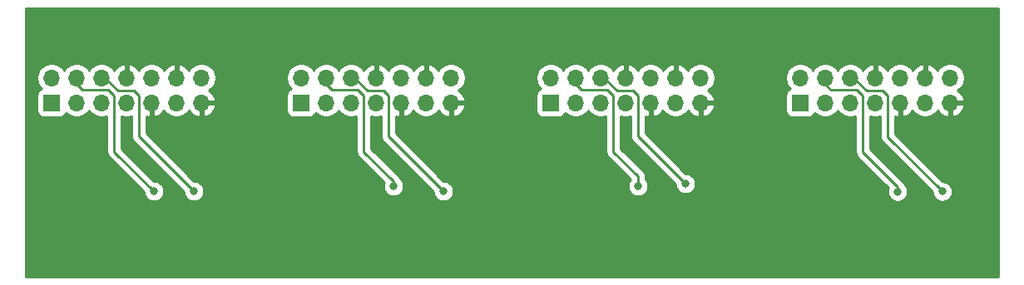
<source format=gbr>
G04 #@! TF.GenerationSoftware,KiCad,Pcbnew,(5.1.5)-3*
G04 #@! TF.CreationDate,2021-09-14T22:43:20-07:00*
G04 #@! TF.ProjectId,_autosave-Adapter,5f617574-6f73-4617-9665-2d4164617074,rev?*
G04 #@! TF.SameCoordinates,Original*
G04 #@! TF.FileFunction,Copper,L2,Bot*
G04 #@! TF.FilePolarity,Positive*
%FSLAX46Y46*%
G04 Gerber Fmt 4.6, Leading zero omitted, Abs format (unit mm)*
G04 Created by KiCad (PCBNEW (5.1.5)-3) date 2021-09-14 22:43:20*
%MOMM*%
%LPD*%
G04 APERTURE LIST*
%ADD10R,1.700000X1.700000*%
%ADD11O,1.700000X1.700000*%
%ADD12C,0.800000*%
%ADD13C,0.250000*%
%ADD14C,0.254000*%
G04 APERTURE END LIST*
D10*
X137922000Y-74295000D03*
D11*
X137922000Y-71755000D03*
X140462000Y-74295000D03*
X140462000Y-71755000D03*
X143002000Y-74295000D03*
X143002000Y-71755000D03*
X145542000Y-74295000D03*
X145542000Y-71755000D03*
X148082000Y-74295000D03*
X148082000Y-71755000D03*
X150622000Y-74295000D03*
X150622000Y-71755000D03*
X153162000Y-74295000D03*
X153162000Y-71755000D03*
X76962000Y-71755000D03*
X76962000Y-74295000D03*
X74422000Y-71755000D03*
X74422000Y-74295000D03*
X71882000Y-71755000D03*
X71882000Y-74295000D03*
X69342000Y-71755000D03*
X69342000Y-74295000D03*
X66802000Y-71755000D03*
X66802000Y-74295000D03*
X64262000Y-71755000D03*
X64262000Y-74295000D03*
X61722000Y-71755000D03*
D10*
X61722000Y-74295000D03*
D11*
X102362000Y-71755000D03*
X102362000Y-74295000D03*
X99822000Y-71755000D03*
X99822000Y-74295000D03*
X97282000Y-71755000D03*
X97282000Y-74295000D03*
X94742000Y-71755000D03*
X94742000Y-74295000D03*
X92202000Y-71755000D03*
X92202000Y-74295000D03*
X89662000Y-71755000D03*
X89662000Y-74295000D03*
X87122000Y-71755000D03*
D10*
X87122000Y-74295000D03*
X112522000Y-74295000D03*
D11*
X112522000Y-71755000D03*
X115062000Y-74295000D03*
X115062000Y-71755000D03*
X117602000Y-74295000D03*
X117602000Y-71755000D03*
X120142000Y-74295000D03*
X120142000Y-71755000D03*
X122682000Y-74295000D03*
X122682000Y-71755000D03*
X125222000Y-74295000D03*
X125222000Y-71755000D03*
X127762000Y-74295000D03*
X127762000Y-71755000D03*
D12*
X148590000Y-68580000D03*
X123190000Y-68580000D03*
X97790000Y-68580000D03*
X72390000Y-68580000D03*
X66040000Y-69215000D03*
X101600000Y-83312000D03*
X126238000Y-82550000D03*
X152378383Y-83333617D03*
X76200000Y-83312000D03*
X121412000Y-82804000D03*
X147828000Y-83351088D03*
X72136000Y-83312000D03*
X96520000Y-82804000D03*
D13*
X144674289Y-73096226D02*
X146299854Y-73096226D01*
X146807854Y-77763088D02*
X152378383Y-83333617D01*
X146299854Y-73096226D02*
X146807854Y-73604226D01*
X143372151Y-71794088D02*
X144674289Y-73096226D01*
X146807854Y-73604226D02*
X146807854Y-77763088D01*
X119278435Y-73057138D02*
X120904000Y-73057138D01*
X121412000Y-77724000D02*
X126238000Y-82550000D01*
X120904000Y-73057138D02*
X121412000Y-73565138D01*
X117976297Y-71755000D02*
X119278435Y-73057138D01*
X121412000Y-73565138D02*
X121412000Y-77724000D01*
X93878435Y-73057138D02*
X95504000Y-73057138D01*
X96012000Y-77724000D02*
X101600000Y-83312000D01*
X95504000Y-73057138D02*
X96012000Y-73565138D01*
X92576297Y-71755000D02*
X93878435Y-73057138D01*
X96012000Y-73565138D02*
X96012000Y-77724000D01*
X101600000Y-83312000D02*
X101600000Y-83312000D01*
X152378383Y-83333617D02*
X152395854Y-83351088D01*
X70612000Y-77724000D02*
X76200000Y-83312000D01*
X67176297Y-71755000D02*
X68478435Y-73057138D01*
X66802000Y-71755000D02*
X67176297Y-71755000D01*
X70104000Y-73057138D02*
X70612000Y-73565138D01*
X68478435Y-73057138D02*
X70104000Y-73057138D01*
X70612000Y-73565138D02*
X70612000Y-77724000D01*
X118303927Y-72945804D02*
X115617804Y-72945804D01*
X121412000Y-82804000D02*
X121412000Y-81788000D01*
X118903583Y-73545460D02*
X118303927Y-72945804D01*
X115617804Y-72945804D02*
X115062000Y-72390000D01*
X118903583Y-79279583D02*
X118903583Y-73545460D01*
X121412000Y-81788000D02*
X118903583Y-79279583D01*
X147828000Y-83351088D02*
X147828000Y-82847234D01*
X147828000Y-82847234D02*
X144299437Y-79318671D01*
X143699781Y-72984892D02*
X141013658Y-72984892D01*
X144299437Y-79318671D02*
X144299437Y-73584548D01*
X141013658Y-72984892D02*
X140457854Y-72429088D01*
X144299437Y-73584548D02*
X143699781Y-72984892D01*
X64262000Y-71755000D02*
X64262000Y-72390000D01*
X64262000Y-72390000D02*
X64817804Y-72945804D01*
X64817804Y-72945804D02*
X67503927Y-72945804D01*
X67503927Y-72945804D02*
X68103583Y-73545460D01*
X68103583Y-73545460D02*
X68103583Y-79279583D01*
X68103583Y-79279583D02*
X72136000Y-83312000D01*
X90217804Y-72945804D02*
X89662000Y-72390000D01*
X92903927Y-72945804D02*
X90217804Y-72945804D01*
X96520000Y-82804000D02*
X96520000Y-82296000D01*
X96520000Y-82296000D02*
X93503583Y-79279583D01*
X93503583Y-73545460D02*
X92903927Y-72945804D01*
X93503583Y-79279583D02*
X93503583Y-73545460D01*
D14*
G36*
X158090000Y-91472418D02*
G01*
X158090001Y-91472428D01*
X158090001Y-92050000D01*
X59080000Y-92050000D01*
X59080000Y-73445000D01*
X60233928Y-73445000D01*
X60233928Y-75145000D01*
X60246188Y-75269482D01*
X60282498Y-75389180D01*
X60341463Y-75499494D01*
X60420815Y-75596185D01*
X60517506Y-75675537D01*
X60627820Y-75734502D01*
X60747518Y-75770812D01*
X60872000Y-75783072D01*
X62572000Y-75783072D01*
X62696482Y-75770812D01*
X62816180Y-75734502D01*
X62926494Y-75675537D01*
X63023185Y-75596185D01*
X63102537Y-75499494D01*
X63161502Y-75389180D01*
X63183513Y-75316620D01*
X63315368Y-75448475D01*
X63558589Y-75610990D01*
X63828842Y-75722932D01*
X64115740Y-75780000D01*
X64408260Y-75780000D01*
X64695158Y-75722932D01*
X64965411Y-75610990D01*
X65208632Y-75448475D01*
X65415475Y-75241632D01*
X65532000Y-75067240D01*
X65648525Y-75241632D01*
X65855368Y-75448475D01*
X66098589Y-75610990D01*
X66368842Y-75722932D01*
X66655740Y-75780000D01*
X66948260Y-75780000D01*
X67235158Y-75722932D01*
X67343583Y-75678021D01*
X67343584Y-79242251D01*
X67339907Y-79279583D01*
X67354581Y-79428568D01*
X67398037Y-79571829D01*
X67468609Y-79703859D01*
X67539784Y-79790585D01*
X67563583Y-79819584D01*
X67592581Y-79843382D01*
X71101000Y-83351802D01*
X71101000Y-83413939D01*
X71140774Y-83613898D01*
X71218795Y-83802256D01*
X71332063Y-83971774D01*
X71476226Y-84115937D01*
X71645744Y-84229205D01*
X71834102Y-84307226D01*
X72034061Y-84347000D01*
X72237939Y-84347000D01*
X72437898Y-84307226D01*
X72626256Y-84229205D01*
X72795774Y-84115937D01*
X72939937Y-83971774D01*
X73053205Y-83802256D01*
X73131226Y-83613898D01*
X73171000Y-83413939D01*
X73171000Y-83210061D01*
X73131226Y-83010102D01*
X73053205Y-82821744D01*
X72939937Y-82652226D01*
X72795774Y-82508063D01*
X72626256Y-82394795D01*
X72437898Y-82316774D01*
X72237939Y-82277000D01*
X72175802Y-82277000D01*
X68863583Y-78964782D01*
X68863583Y-75704185D01*
X68908842Y-75722932D01*
X69195740Y-75780000D01*
X69488260Y-75780000D01*
X69775158Y-75722932D01*
X69852001Y-75691103D01*
X69852001Y-77686668D01*
X69848324Y-77724000D01*
X69862998Y-77872985D01*
X69906454Y-78016246D01*
X69977026Y-78148276D01*
X70048201Y-78235002D01*
X70072000Y-78264001D01*
X70100998Y-78287799D01*
X75165000Y-83351803D01*
X75165000Y-83413939D01*
X75204774Y-83613898D01*
X75282795Y-83802256D01*
X75396063Y-83971774D01*
X75540226Y-84115937D01*
X75709744Y-84229205D01*
X75898102Y-84307226D01*
X76098061Y-84347000D01*
X76301939Y-84347000D01*
X76501898Y-84307226D01*
X76690256Y-84229205D01*
X76859774Y-84115937D01*
X77003937Y-83971774D01*
X77117205Y-83802256D01*
X77195226Y-83613898D01*
X77235000Y-83413939D01*
X77235000Y-83210061D01*
X77195226Y-83010102D01*
X77117205Y-82821744D01*
X77003937Y-82652226D01*
X76859774Y-82508063D01*
X76690256Y-82394795D01*
X76501898Y-82316774D01*
X76301939Y-82277000D01*
X76239803Y-82277000D01*
X71372000Y-77409199D01*
X71372000Y-75689014D01*
X71377901Y-75691825D01*
X71525110Y-75736476D01*
X71755000Y-75615155D01*
X71755000Y-74422000D01*
X71735000Y-74422000D01*
X71735000Y-74168000D01*
X71755000Y-74168000D01*
X71755000Y-74148000D01*
X72009000Y-74148000D01*
X72009000Y-74168000D01*
X72029000Y-74168000D01*
X72029000Y-74422000D01*
X72009000Y-74422000D01*
X72009000Y-75615155D01*
X72238890Y-75736476D01*
X72386099Y-75691825D01*
X72648920Y-75566641D01*
X72882269Y-75392588D01*
X73077178Y-75176355D01*
X73146805Y-75059466D01*
X73268525Y-75241632D01*
X73475368Y-75448475D01*
X73718589Y-75610990D01*
X73988842Y-75722932D01*
X74275740Y-75780000D01*
X74568260Y-75780000D01*
X74855158Y-75722932D01*
X75125411Y-75610990D01*
X75368632Y-75448475D01*
X75575475Y-75241632D01*
X75697195Y-75059466D01*
X75766822Y-75176355D01*
X75961731Y-75392588D01*
X76195080Y-75566641D01*
X76457901Y-75691825D01*
X76605110Y-75736476D01*
X76835000Y-75615155D01*
X76835000Y-74422000D01*
X77089000Y-74422000D01*
X77089000Y-75615155D01*
X77318890Y-75736476D01*
X77466099Y-75691825D01*
X77728920Y-75566641D01*
X77962269Y-75392588D01*
X78157178Y-75176355D01*
X78306157Y-74926252D01*
X78403481Y-74651891D01*
X78282814Y-74422000D01*
X77089000Y-74422000D01*
X76835000Y-74422000D01*
X76815000Y-74422000D01*
X76815000Y-74168000D01*
X76835000Y-74168000D01*
X76835000Y-74148000D01*
X77089000Y-74148000D01*
X77089000Y-74168000D01*
X78282814Y-74168000D01*
X78403481Y-73938109D01*
X78306157Y-73663748D01*
X78175856Y-73445000D01*
X85633928Y-73445000D01*
X85633928Y-75145000D01*
X85646188Y-75269482D01*
X85682498Y-75389180D01*
X85741463Y-75499494D01*
X85820815Y-75596185D01*
X85917506Y-75675537D01*
X86027820Y-75734502D01*
X86147518Y-75770812D01*
X86272000Y-75783072D01*
X87972000Y-75783072D01*
X88096482Y-75770812D01*
X88216180Y-75734502D01*
X88326494Y-75675537D01*
X88423185Y-75596185D01*
X88502537Y-75499494D01*
X88561502Y-75389180D01*
X88583513Y-75316620D01*
X88715368Y-75448475D01*
X88958589Y-75610990D01*
X89228842Y-75722932D01*
X89515740Y-75780000D01*
X89808260Y-75780000D01*
X90095158Y-75722932D01*
X90365411Y-75610990D01*
X90608632Y-75448475D01*
X90815475Y-75241632D01*
X90932000Y-75067240D01*
X91048525Y-75241632D01*
X91255368Y-75448475D01*
X91498589Y-75610990D01*
X91768842Y-75722932D01*
X92055740Y-75780000D01*
X92348260Y-75780000D01*
X92635158Y-75722932D01*
X92743584Y-75678021D01*
X92743583Y-79242260D01*
X92739907Y-79279583D01*
X92743583Y-79316905D01*
X92743583Y-79316915D01*
X92754580Y-79428568D01*
X92798037Y-79571829D01*
X92868609Y-79703859D01*
X92900687Y-79742946D01*
X92963582Y-79819584D01*
X92992586Y-79843387D01*
X95561833Y-82412635D01*
X95524774Y-82502102D01*
X95485000Y-82702061D01*
X95485000Y-82905939D01*
X95524774Y-83105898D01*
X95602795Y-83294256D01*
X95716063Y-83463774D01*
X95860226Y-83607937D01*
X96029744Y-83721205D01*
X96218102Y-83799226D01*
X96418061Y-83839000D01*
X96621939Y-83839000D01*
X96821898Y-83799226D01*
X97010256Y-83721205D01*
X97179774Y-83607937D01*
X97323937Y-83463774D01*
X97437205Y-83294256D01*
X97515226Y-83105898D01*
X97555000Y-82905939D01*
X97555000Y-82702061D01*
X97515226Y-82502102D01*
X97437205Y-82313744D01*
X97323937Y-82144226D01*
X97243869Y-82064158D01*
X97225546Y-82003753D01*
X97154974Y-81871724D01*
X97060001Y-81755999D01*
X97031003Y-81732201D01*
X94263583Y-78964782D01*
X94263583Y-75704185D01*
X94308842Y-75722932D01*
X94595740Y-75780000D01*
X94888260Y-75780000D01*
X95175158Y-75722932D01*
X95252001Y-75691103D01*
X95252001Y-77686668D01*
X95248324Y-77724000D01*
X95262998Y-77872985D01*
X95306454Y-78016246D01*
X95377026Y-78148276D01*
X95448201Y-78235002D01*
X95472000Y-78264001D01*
X95500998Y-78287799D01*
X100565000Y-83351803D01*
X100565000Y-83413939D01*
X100604774Y-83613898D01*
X100682795Y-83802256D01*
X100796063Y-83971774D01*
X100940226Y-84115937D01*
X101109744Y-84229205D01*
X101298102Y-84307226D01*
X101498061Y-84347000D01*
X101701939Y-84347000D01*
X101901898Y-84307226D01*
X102090256Y-84229205D01*
X102259774Y-84115937D01*
X102403937Y-83971774D01*
X102517205Y-83802256D01*
X102595226Y-83613898D01*
X102635000Y-83413939D01*
X102635000Y-83210061D01*
X102595226Y-83010102D01*
X102517205Y-82821744D01*
X102403937Y-82652226D01*
X102259774Y-82508063D01*
X102090256Y-82394795D01*
X101901898Y-82316774D01*
X101701939Y-82277000D01*
X101639803Y-82277000D01*
X96772000Y-77409199D01*
X96772000Y-75689014D01*
X96777901Y-75691825D01*
X96925110Y-75736476D01*
X97155000Y-75615155D01*
X97155000Y-74422000D01*
X97135000Y-74422000D01*
X97135000Y-74168000D01*
X97155000Y-74168000D01*
X97155000Y-74148000D01*
X97409000Y-74148000D01*
X97409000Y-74168000D01*
X97429000Y-74168000D01*
X97429000Y-74422000D01*
X97409000Y-74422000D01*
X97409000Y-75615155D01*
X97638890Y-75736476D01*
X97786099Y-75691825D01*
X98048920Y-75566641D01*
X98282269Y-75392588D01*
X98477178Y-75176355D01*
X98546805Y-75059466D01*
X98668525Y-75241632D01*
X98875368Y-75448475D01*
X99118589Y-75610990D01*
X99388842Y-75722932D01*
X99675740Y-75780000D01*
X99968260Y-75780000D01*
X100255158Y-75722932D01*
X100525411Y-75610990D01*
X100768632Y-75448475D01*
X100975475Y-75241632D01*
X101097195Y-75059466D01*
X101166822Y-75176355D01*
X101361731Y-75392588D01*
X101595080Y-75566641D01*
X101857901Y-75691825D01*
X102005110Y-75736476D01*
X102235000Y-75615155D01*
X102235000Y-74422000D01*
X102489000Y-74422000D01*
X102489000Y-75615155D01*
X102718890Y-75736476D01*
X102866099Y-75691825D01*
X103128920Y-75566641D01*
X103362269Y-75392588D01*
X103557178Y-75176355D01*
X103706157Y-74926252D01*
X103803481Y-74651891D01*
X103682814Y-74422000D01*
X102489000Y-74422000D01*
X102235000Y-74422000D01*
X102215000Y-74422000D01*
X102215000Y-74168000D01*
X102235000Y-74168000D01*
X102235000Y-74148000D01*
X102489000Y-74148000D01*
X102489000Y-74168000D01*
X103682814Y-74168000D01*
X103803481Y-73938109D01*
X103706157Y-73663748D01*
X103575856Y-73445000D01*
X111033928Y-73445000D01*
X111033928Y-75145000D01*
X111046188Y-75269482D01*
X111082498Y-75389180D01*
X111141463Y-75499494D01*
X111220815Y-75596185D01*
X111317506Y-75675537D01*
X111427820Y-75734502D01*
X111547518Y-75770812D01*
X111672000Y-75783072D01*
X113372000Y-75783072D01*
X113496482Y-75770812D01*
X113616180Y-75734502D01*
X113726494Y-75675537D01*
X113823185Y-75596185D01*
X113902537Y-75499494D01*
X113961502Y-75389180D01*
X113983513Y-75316620D01*
X114115368Y-75448475D01*
X114358589Y-75610990D01*
X114628842Y-75722932D01*
X114915740Y-75780000D01*
X115208260Y-75780000D01*
X115495158Y-75722932D01*
X115765411Y-75610990D01*
X116008632Y-75448475D01*
X116215475Y-75241632D01*
X116332000Y-75067240D01*
X116448525Y-75241632D01*
X116655368Y-75448475D01*
X116898589Y-75610990D01*
X117168842Y-75722932D01*
X117455740Y-75780000D01*
X117748260Y-75780000D01*
X118035158Y-75722932D01*
X118143584Y-75678021D01*
X118143583Y-79242260D01*
X118139907Y-79279583D01*
X118143583Y-79316905D01*
X118143583Y-79316915D01*
X118154580Y-79428568D01*
X118198037Y-79571829D01*
X118268609Y-79703859D01*
X118300687Y-79742946D01*
X118363582Y-79819584D01*
X118392586Y-79843387D01*
X120650744Y-82101545D01*
X120608063Y-82144226D01*
X120494795Y-82313744D01*
X120416774Y-82502102D01*
X120377000Y-82702061D01*
X120377000Y-82905939D01*
X120416774Y-83105898D01*
X120494795Y-83294256D01*
X120608063Y-83463774D01*
X120752226Y-83607937D01*
X120921744Y-83721205D01*
X121110102Y-83799226D01*
X121310061Y-83839000D01*
X121513939Y-83839000D01*
X121713898Y-83799226D01*
X121902256Y-83721205D01*
X122071774Y-83607937D01*
X122215937Y-83463774D01*
X122329205Y-83294256D01*
X122407226Y-83105898D01*
X122447000Y-82905939D01*
X122447000Y-82702061D01*
X122407226Y-82502102D01*
X122329205Y-82313744D01*
X122215937Y-82144226D01*
X122172000Y-82100289D01*
X122172000Y-81825322D01*
X122175676Y-81787999D01*
X122172000Y-81750676D01*
X122172000Y-81750667D01*
X122161003Y-81639014D01*
X122117546Y-81495753D01*
X122046974Y-81363724D01*
X121952001Y-81247999D01*
X121923003Y-81224201D01*
X119663583Y-78964782D01*
X119663583Y-75704185D01*
X119708842Y-75722932D01*
X119995740Y-75780000D01*
X120288260Y-75780000D01*
X120575158Y-75722932D01*
X120652001Y-75691103D01*
X120652001Y-77686668D01*
X120648324Y-77724000D01*
X120662998Y-77872985D01*
X120706454Y-78016246D01*
X120777026Y-78148276D01*
X120848201Y-78235002D01*
X120872000Y-78264001D01*
X120900998Y-78287799D01*
X125203000Y-82589802D01*
X125203000Y-82651939D01*
X125242774Y-82851898D01*
X125320795Y-83040256D01*
X125434063Y-83209774D01*
X125578226Y-83353937D01*
X125747744Y-83467205D01*
X125936102Y-83545226D01*
X126136061Y-83585000D01*
X126339939Y-83585000D01*
X126539898Y-83545226D01*
X126728256Y-83467205D01*
X126897774Y-83353937D01*
X127041937Y-83209774D01*
X127155205Y-83040256D01*
X127233226Y-82851898D01*
X127273000Y-82651939D01*
X127273000Y-82448061D01*
X127233226Y-82248102D01*
X127155205Y-82059744D01*
X127041937Y-81890226D01*
X126897774Y-81746063D01*
X126728256Y-81632795D01*
X126539898Y-81554774D01*
X126339939Y-81515000D01*
X126277802Y-81515000D01*
X122172000Y-77409199D01*
X122172000Y-75689014D01*
X122177901Y-75691825D01*
X122325110Y-75736476D01*
X122555000Y-75615155D01*
X122555000Y-74422000D01*
X122535000Y-74422000D01*
X122535000Y-74168000D01*
X122555000Y-74168000D01*
X122555000Y-74148000D01*
X122809000Y-74148000D01*
X122809000Y-74168000D01*
X122829000Y-74168000D01*
X122829000Y-74422000D01*
X122809000Y-74422000D01*
X122809000Y-75615155D01*
X123038890Y-75736476D01*
X123186099Y-75691825D01*
X123448920Y-75566641D01*
X123682269Y-75392588D01*
X123877178Y-75176355D01*
X123946805Y-75059466D01*
X124068525Y-75241632D01*
X124275368Y-75448475D01*
X124518589Y-75610990D01*
X124788842Y-75722932D01*
X125075740Y-75780000D01*
X125368260Y-75780000D01*
X125655158Y-75722932D01*
X125925411Y-75610990D01*
X126168632Y-75448475D01*
X126375475Y-75241632D01*
X126497195Y-75059466D01*
X126566822Y-75176355D01*
X126761731Y-75392588D01*
X126995080Y-75566641D01*
X127257901Y-75691825D01*
X127405110Y-75736476D01*
X127635000Y-75615155D01*
X127635000Y-74422000D01*
X127889000Y-74422000D01*
X127889000Y-75615155D01*
X128118890Y-75736476D01*
X128266099Y-75691825D01*
X128528920Y-75566641D01*
X128762269Y-75392588D01*
X128957178Y-75176355D01*
X129106157Y-74926252D01*
X129203481Y-74651891D01*
X129082814Y-74422000D01*
X127889000Y-74422000D01*
X127635000Y-74422000D01*
X127615000Y-74422000D01*
X127615000Y-74168000D01*
X127635000Y-74168000D01*
X127635000Y-74148000D01*
X127889000Y-74148000D01*
X127889000Y-74168000D01*
X129082814Y-74168000D01*
X129203481Y-73938109D01*
X129106157Y-73663748D01*
X128975856Y-73445000D01*
X136433928Y-73445000D01*
X136433928Y-75145000D01*
X136446188Y-75269482D01*
X136482498Y-75389180D01*
X136541463Y-75499494D01*
X136620815Y-75596185D01*
X136717506Y-75675537D01*
X136827820Y-75734502D01*
X136947518Y-75770812D01*
X137072000Y-75783072D01*
X138772000Y-75783072D01*
X138896482Y-75770812D01*
X139016180Y-75734502D01*
X139126494Y-75675537D01*
X139223185Y-75596185D01*
X139302537Y-75499494D01*
X139361502Y-75389180D01*
X139383513Y-75316620D01*
X139515368Y-75448475D01*
X139758589Y-75610990D01*
X140028842Y-75722932D01*
X140315740Y-75780000D01*
X140608260Y-75780000D01*
X140895158Y-75722932D01*
X141165411Y-75610990D01*
X141408632Y-75448475D01*
X141615475Y-75241632D01*
X141732000Y-75067240D01*
X141848525Y-75241632D01*
X142055368Y-75448475D01*
X142298589Y-75610990D01*
X142568842Y-75722932D01*
X142855740Y-75780000D01*
X143148260Y-75780000D01*
X143435158Y-75722932D01*
X143539438Y-75679738D01*
X143539437Y-79281348D01*
X143535761Y-79318671D01*
X143539437Y-79355993D01*
X143539437Y-79356003D01*
X143550434Y-79467656D01*
X143593891Y-79610917D01*
X143664463Y-79742947D01*
X143703559Y-79790585D01*
X143759436Y-79858672D01*
X143788440Y-79882475D01*
X146868618Y-82962654D01*
X146832774Y-83049190D01*
X146793000Y-83249149D01*
X146793000Y-83453027D01*
X146832774Y-83652986D01*
X146910795Y-83841344D01*
X147024063Y-84010862D01*
X147168226Y-84155025D01*
X147337744Y-84268293D01*
X147526102Y-84346314D01*
X147726061Y-84386088D01*
X147929939Y-84386088D01*
X148129898Y-84346314D01*
X148318256Y-84268293D01*
X148487774Y-84155025D01*
X148631937Y-84010862D01*
X148745205Y-83841344D01*
X148823226Y-83652986D01*
X148863000Y-83453027D01*
X148863000Y-83249149D01*
X148823226Y-83049190D01*
X148745205Y-82860832D01*
X148631937Y-82691314D01*
X148550064Y-82609441D01*
X148533546Y-82554987D01*
X148462974Y-82422958D01*
X148368001Y-82307233D01*
X148339003Y-82283435D01*
X145059437Y-79003870D01*
X145059437Y-75702468D01*
X145108842Y-75722932D01*
X145395740Y-75780000D01*
X145688260Y-75780000D01*
X145975158Y-75722932D01*
X146047855Y-75692820D01*
X146047855Y-77725756D01*
X146044178Y-77763088D01*
X146058852Y-77912073D01*
X146102308Y-78055334D01*
X146172880Y-78187364D01*
X146211976Y-78235002D01*
X146267854Y-78303089D01*
X146296852Y-78326887D01*
X151343383Y-83373419D01*
X151343383Y-83435556D01*
X151383157Y-83635515D01*
X151461178Y-83823873D01*
X151574446Y-83993391D01*
X151718609Y-84137554D01*
X151888127Y-84250822D01*
X152076485Y-84328843D01*
X152276444Y-84368617D01*
X152480322Y-84368617D01*
X152680281Y-84328843D01*
X152868639Y-84250822D01*
X153038157Y-84137554D01*
X153182320Y-83993391D01*
X153295588Y-83823873D01*
X153373609Y-83635515D01*
X153413383Y-83435556D01*
X153413383Y-83231678D01*
X153373609Y-83031719D01*
X153295588Y-82843361D01*
X153182320Y-82673843D01*
X153038157Y-82529680D01*
X152868639Y-82416412D01*
X152680281Y-82338391D01*
X152480322Y-82298617D01*
X152418185Y-82298617D01*
X147567854Y-77448287D01*
X147567854Y-75687040D01*
X147577901Y-75691825D01*
X147725110Y-75736476D01*
X147955000Y-75615155D01*
X147955000Y-74422000D01*
X147935000Y-74422000D01*
X147935000Y-74168000D01*
X147955000Y-74168000D01*
X147955000Y-74148000D01*
X148209000Y-74148000D01*
X148209000Y-74168000D01*
X148229000Y-74168000D01*
X148229000Y-74422000D01*
X148209000Y-74422000D01*
X148209000Y-75615155D01*
X148438890Y-75736476D01*
X148586099Y-75691825D01*
X148848920Y-75566641D01*
X149082269Y-75392588D01*
X149277178Y-75176355D01*
X149346805Y-75059466D01*
X149468525Y-75241632D01*
X149675368Y-75448475D01*
X149918589Y-75610990D01*
X150188842Y-75722932D01*
X150475740Y-75780000D01*
X150768260Y-75780000D01*
X151055158Y-75722932D01*
X151325411Y-75610990D01*
X151568632Y-75448475D01*
X151775475Y-75241632D01*
X151897195Y-75059466D01*
X151966822Y-75176355D01*
X152161731Y-75392588D01*
X152395080Y-75566641D01*
X152657901Y-75691825D01*
X152805110Y-75736476D01*
X153035000Y-75615155D01*
X153035000Y-74422000D01*
X153289000Y-74422000D01*
X153289000Y-75615155D01*
X153518890Y-75736476D01*
X153666099Y-75691825D01*
X153928920Y-75566641D01*
X154162269Y-75392588D01*
X154357178Y-75176355D01*
X154506157Y-74926252D01*
X154603481Y-74651891D01*
X154482814Y-74422000D01*
X153289000Y-74422000D01*
X153035000Y-74422000D01*
X153015000Y-74422000D01*
X153015000Y-74168000D01*
X153035000Y-74168000D01*
X153035000Y-74148000D01*
X153289000Y-74148000D01*
X153289000Y-74168000D01*
X154482814Y-74168000D01*
X154603481Y-73938109D01*
X154506157Y-73663748D01*
X154357178Y-73413645D01*
X154162269Y-73197412D01*
X153932594Y-73026100D01*
X154108632Y-72908475D01*
X154315475Y-72701632D01*
X154477990Y-72458411D01*
X154589932Y-72188158D01*
X154647000Y-71901260D01*
X154647000Y-71608740D01*
X154589932Y-71321842D01*
X154477990Y-71051589D01*
X154315475Y-70808368D01*
X154108632Y-70601525D01*
X153865411Y-70439010D01*
X153595158Y-70327068D01*
X153308260Y-70270000D01*
X153015740Y-70270000D01*
X152728842Y-70327068D01*
X152458589Y-70439010D01*
X152215368Y-70601525D01*
X152008525Y-70808368D01*
X151886805Y-70990534D01*
X151817178Y-70873645D01*
X151622269Y-70657412D01*
X151388920Y-70483359D01*
X151126099Y-70358175D01*
X150978890Y-70313524D01*
X150749000Y-70434845D01*
X150749000Y-71628000D01*
X150769000Y-71628000D01*
X150769000Y-71882000D01*
X150749000Y-71882000D01*
X150749000Y-71902000D01*
X150495000Y-71902000D01*
X150495000Y-71882000D01*
X150475000Y-71882000D01*
X150475000Y-71628000D01*
X150495000Y-71628000D01*
X150495000Y-70434845D01*
X150265110Y-70313524D01*
X150117901Y-70358175D01*
X149855080Y-70483359D01*
X149621731Y-70657412D01*
X149426822Y-70873645D01*
X149357195Y-70990534D01*
X149235475Y-70808368D01*
X149028632Y-70601525D01*
X148785411Y-70439010D01*
X148515158Y-70327068D01*
X148228260Y-70270000D01*
X147935740Y-70270000D01*
X147648842Y-70327068D01*
X147378589Y-70439010D01*
X147135368Y-70601525D01*
X146928525Y-70808368D01*
X146806805Y-70990534D01*
X146737178Y-70873645D01*
X146542269Y-70657412D01*
X146308920Y-70483359D01*
X146046099Y-70358175D01*
X145898890Y-70313524D01*
X145669000Y-70434845D01*
X145669000Y-71628000D01*
X145689000Y-71628000D01*
X145689000Y-71882000D01*
X145669000Y-71882000D01*
X145669000Y-71902000D01*
X145415000Y-71902000D01*
X145415000Y-71882000D01*
X145395000Y-71882000D01*
X145395000Y-71628000D01*
X145415000Y-71628000D01*
X145415000Y-70434845D01*
X145185110Y-70313524D01*
X145037901Y-70358175D01*
X144775080Y-70483359D01*
X144541731Y-70657412D01*
X144346822Y-70873645D01*
X144277195Y-70990534D01*
X144155475Y-70808368D01*
X143948632Y-70601525D01*
X143705411Y-70439010D01*
X143435158Y-70327068D01*
X143148260Y-70270000D01*
X142855740Y-70270000D01*
X142568842Y-70327068D01*
X142298589Y-70439010D01*
X142055368Y-70601525D01*
X141848525Y-70808368D01*
X141732000Y-70982760D01*
X141615475Y-70808368D01*
X141408632Y-70601525D01*
X141165411Y-70439010D01*
X140895158Y-70327068D01*
X140608260Y-70270000D01*
X140315740Y-70270000D01*
X140028842Y-70327068D01*
X139758589Y-70439010D01*
X139515368Y-70601525D01*
X139308525Y-70808368D01*
X139192000Y-70982760D01*
X139075475Y-70808368D01*
X138868632Y-70601525D01*
X138625411Y-70439010D01*
X138355158Y-70327068D01*
X138068260Y-70270000D01*
X137775740Y-70270000D01*
X137488842Y-70327068D01*
X137218589Y-70439010D01*
X136975368Y-70601525D01*
X136768525Y-70808368D01*
X136606010Y-71051589D01*
X136494068Y-71321842D01*
X136437000Y-71608740D01*
X136437000Y-71901260D01*
X136494068Y-72188158D01*
X136606010Y-72458411D01*
X136768525Y-72701632D01*
X136900380Y-72833487D01*
X136827820Y-72855498D01*
X136717506Y-72914463D01*
X136620815Y-72993815D01*
X136541463Y-73090506D01*
X136482498Y-73200820D01*
X136446188Y-73320518D01*
X136433928Y-73445000D01*
X128975856Y-73445000D01*
X128957178Y-73413645D01*
X128762269Y-73197412D01*
X128532594Y-73026100D01*
X128708632Y-72908475D01*
X128915475Y-72701632D01*
X129077990Y-72458411D01*
X129189932Y-72188158D01*
X129247000Y-71901260D01*
X129247000Y-71608740D01*
X129189932Y-71321842D01*
X129077990Y-71051589D01*
X128915475Y-70808368D01*
X128708632Y-70601525D01*
X128465411Y-70439010D01*
X128195158Y-70327068D01*
X127908260Y-70270000D01*
X127615740Y-70270000D01*
X127328842Y-70327068D01*
X127058589Y-70439010D01*
X126815368Y-70601525D01*
X126608525Y-70808368D01*
X126486805Y-70990534D01*
X126417178Y-70873645D01*
X126222269Y-70657412D01*
X125988920Y-70483359D01*
X125726099Y-70358175D01*
X125578890Y-70313524D01*
X125349000Y-70434845D01*
X125349000Y-71628000D01*
X125369000Y-71628000D01*
X125369000Y-71882000D01*
X125349000Y-71882000D01*
X125349000Y-71902000D01*
X125095000Y-71902000D01*
X125095000Y-71882000D01*
X125075000Y-71882000D01*
X125075000Y-71628000D01*
X125095000Y-71628000D01*
X125095000Y-70434845D01*
X124865110Y-70313524D01*
X124717901Y-70358175D01*
X124455080Y-70483359D01*
X124221731Y-70657412D01*
X124026822Y-70873645D01*
X123957195Y-70990534D01*
X123835475Y-70808368D01*
X123628632Y-70601525D01*
X123385411Y-70439010D01*
X123115158Y-70327068D01*
X122828260Y-70270000D01*
X122535740Y-70270000D01*
X122248842Y-70327068D01*
X121978589Y-70439010D01*
X121735368Y-70601525D01*
X121528525Y-70808368D01*
X121406805Y-70990534D01*
X121337178Y-70873645D01*
X121142269Y-70657412D01*
X120908920Y-70483359D01*
X120646099Y-70358175D01*
X120498890Y-70313524D01*
X120269000Y-70434845D01*
X120269000Y-71628000D01*
X120289000Y-71628000D01*
X120289000Y-71882000D01*
X120269000Y-71882000D01*
X120269000Y-71902000D01*
X120015000Y-71902000D01*
X120015000Y-71882000D01*
X119995000Y-71882000D01*
X119995000Y-71628000D01*
X120015000Y-71628000D01*
X120015000Y-70434845D01*
X119785110Y-70313524D01*
X119637901Y-70358175D01*
X119375080Y-70483359D01*
X119141731Y-70657412D01*
X118946822Y-70873645D01*
X118877195Y-70990534D01*
X118755475Y-70808368D01*
X118548632Y-70601525D01*
X118305411Y-70439010D01*
X118035158Y-70327068D01*
X117748260Y-70270000D01*
X117455740Y-70270000D01*
X117168842Y-70327068D01*
X116898589Y-70439010D01*
X116655368Y-70601525D01*
X116448525Y-70808368D01*
X116332000Y-70982760D01*
X116215475Y-70808368D01*
X116008632Y-70601525D01*
X115765411Y-70439010D01*
X115495158Y-70327068D01*
X115208260Y-70270000D01*
X114915740Y-70270000D01*
X114628842Y-70327068D01*
X114358589Y-70439010D01*
X114115368Y-70601525D01*
X113908525Y-70808368D01*
X113792000Y-70982760D01*
X113675475Y-70808368D01*
X113468632Y-70601525D01*
X113225411Y-70439010D01*
X112955158Y-70327068D01*
X112668260Y-70270000D01*
X112375740Y-70270000D01*
X112088842Y-70327068D01*
X111818589Y-70439010D01*
X111575368Y-70601525D01*
X111368525Y-70808368D01*
X111206010Y-71051589D01*
X111094068Y-71321842D01*
X111037000Y-71608740D01*
X111037000Y-71901260D01*
X111094068Y-72188158D01*
X111206010Y-72458411D01*
X111368525Y-72701632D01*
X111500380Y-72833487D01*
X111427820Y-72855498D01*
X111317506Y-72914463D01*
X111220815Y-72993815D01*
X111141463Y-73090506D01*
X111082498Y-73200820D01*
X111046188Y-73320518D01*
X111033928Y-73445000D01*
X103575856Y-73445000D01*
X103557178Y-73413645D01*
X103362269Y-73197412D01*
X103132594Y-73026100D01*
X103308632Y-72908475D01*
X103515475Y-72701632D01*
X103677990Y-72458411D01*
X103789932Y-72188158D01*
X103847000Y-71901260D01*
X103847000Y-71608740D01*
X103789932Y-71321842D01*
X103677990Y-71051589D01*
X103515475Y-70808368D01*
X103308632Y-70601525D01*
X103065411Y-70439010D01*
X102795158Y-70327068D01*
X102508260Y-70270000D01*
X102215740Y-70270000D01*
X101928842Y-70327068D01*
X101658589Y-70439010D01*
X101415368Y-70601525D01*
X101208525Y-70808368D01*
X101086805Y-70990534D01*
X101017178Y-70873645D01*
X100822269Y-70657412D01*
X100588920Y-70483359D01*
X100326099Y-70358175D01*
X100178890Y-70313524D01*
X99949000Y-70434845D01*
X99949000Y-71628000D01*
X99969000Y-71628000D01*
X99969000Y-71882000D01*
X99949000Y-71882000D01*
X99949000Y-71902000D01*
X99695000Y-71902000D01*
X99695000Y-71882000D01*
X99675000Y-71882000D01*
X99675000Y-71628000D01*
X99695000Y-71628000D01*
X99695000Y-70434845D01*
X99465110Y-70313524D01*
X99317901Y-70358175D01*
X99055080Y-70483359D01*
X98821731Y-70657412D01*
X98626822Y-70873645D01*
X98557195Y-70990534D01*
X98435475Y-70808368D01*
X98228632Y-70601525D01*
X97985411Y-70439010D01*
X97715158Y-70327068D01*
X97428260Y-70270000D01*
X97135740Y-70270000D01*
X96848842Y-70327068D01*
X96578589Y-70439010D01*
X96335368Y-70601525D01*
X96128525Y-70808368D01*
X96006805Y-70990534D01*
X95937178Y-70873645D01*
X95742269Y-70657412D01*
X95508920Y-70483359D01*
X95246099Y-70358175D01*
X95098890Y-70313524D01*
X94869000Y-70434845D01*
X94869000Y-71628000D01*
X94889000Y-71628000D01*
X94889000Y-71882000D01*
X94869000Y-71882000D01*
X94869000Y-71902000D01*
X94615000Y-71902000D01*
X94615000Y-71882000D01*
X94595000Y-71882000D01*
X94595000Y-71628000D01*
X94615000Y-71628000D01*
X94615000Y-70434845D01*
X94385110Y-70313524D01*
X94237901Y-70358175D01*
X93975080Y-70483359D01*
X93741731Y-70657412D01*
X93546822Y-70873645D01*
X93477195Y-70990534D01*
X93355475Y-70808368D01*
X93148632Y-70601525D01*
X92905411Y-70439010D01*
X92635158Y-70327068D01*
X92348260Y-70270000D01*
X92055740Y-70270000D01*
X91768842Y-70327068D01*
X91498589Y-70439010D01*
X91255368Y-70601525D01*
X91048525Y-70808368D01*
X90932000Y-70982760D01*
X90815475Y-70808368D01*
X90608632Y-70601525D01*
X90365411Y-70439010D01*
X90095158Y-70327068D01*
X89808260Y-70270000D01*
X89515740Y-70270000D01*
X89228842Y-70327068D01*
X88958589Y-70439010D01*
X88715368Y-70601525D01*
X88508525Y-70808368D01*
X88392000Y-70982760D01*
X88275475Y-70808368D01*
X88068632Y-70601525D01*
X87825411Y-70439010D01*
X87555158Y-70327068D01*
X87268260Y-70270000D01*
X86975740Y-70270000D01*
X86688842Y-70327068D01*
X86418589Y-70439010D01*
X86175368Y-70601525D01*
X85968525Y-70808368D01*
X85806010Y-71051589D01*
X85694068Y-71321842D01*
X85637000Y-71608740D01*
X85637000Y-71901260D01*
X85694068Y-72188158D01*
X85806010Y-72458411D01*
X85968525Y-72701632D01*
X86100380Y-72833487D01*
X86027820Y-72855498D01*
X85917506Y-72914463D01*
X85820815Y-72993815D01*
X85741463Y-73090506D01*
X85682498Y-73200820D01*
X85646188Y-73320518D01*
X85633928Y-73445000D01*
X78175856Y-73445000D01*
X78157178Y-73413645D01*
X77962269Y-73197412D01*
X77732594Y-73026100D01*
X77908632Y-72908475D01*
X78115475Y-72701632D01*
X78277990Y-72458411D01*
X78389932Y-72188158D01*
X78447000Y-71901260D01*
X78447000Y-71608740D01*
X78389932Y-71321842D01*
X78277990Y-71051589D01*
X78115475Y-70808368D01*
X77908632Y-70601525D01*
X77665411Y-70439010D01*
X77395158Y-70327068D01*
X77108260Y-70270000D01*
X76815740Y-70270000D01*
X76528842Y-70327068D01*
X76258589Y-70439010D01*
X76015368Y-70601525D01*
X75808525Y-70808368D01*
X75686805Y-70990534D01*
X75617178Y-70873645D01*
X75422269Y-70657412D01*
X75188920Y-70483359D01*
X74926099Y-70358175D01*
X74778890Y-70313524D01*
X74549000Y-70434845D01*
X74549000Y-71628000D01*
X74569000Y-71628000D01*
X74569000Y-71882000D01*
X74549000Y-71882000D01*
X74549000Y-71902000D01*
X74295000Y-71902000D01*
X74295000Y-71882000D01*
X74275000Y-71882000D01*
X74275000Y-71628000D01*
X74295000Y-71628000D01*
X74295000Y-70434845D01*
X74065110Y-70313524D01*
X73917901Y-70358175D01*
X73655080Y-70483359D01*
X73421731Y-70657412D01*
X73226822Y-70873645D01*
X73157195Y-70990534D01*
X73035475Y-70808368D01*
X72828632Y-70601525D01*
X72585411Y-70439010D01*
X72315158Y-70327068D01*
X72028260Y-70270000D01*
X71735740Y-70270000D01*
X71448842Y-70327068D01*
X71178589Y-70439010D01*
X70935368Y-70601525D01*
X70728525Y-70808368D01*
X70606805Y-70990534D01*
X70537178Y-70873645D01*
X70342269Y-70657412D01*
X70108920Y-70483359D01*
X69846099Y-70358175D01*
X69698890Y-70313524D01*
X69469000Y-70434845D01*
X69469000Y-71628000D01*
X69489000Y-71628000D01*
X69489000Y-71882000D01*
X69469000Y-71882000D01*
X69469000Y-71902000D01*
X69215000Y-71902000D01*
X69215000Y-71882000D01*
X69195000Y-71882000D01*
X69195000Y-71628000D01*
X69215000Y-71628000D01*
X69215000Y-70434845D01*
X68985110Y-70313524D01*
X68837901Y-70358175D01*
X68575080Y-70483359D01*
X68341731Y-70657412D01*
X68146822Y-70873645D01*
X68077195Y-70990534D01*
X67955475Y-70808368D01*
X67748632Y-70601525D01*
X67505411Y-70439010D01*
X67235158Y-70327068D01*
X66948260Y-70270000D01*
X66655740Y-70270000D01*
X66368842Y-70327068D01*
X66098589Y-70439010D01*
X65855368Y-70601525D01*
X65648525Y-70808368D01*
X65532000Y-70982760D01*
X65415475Y-70808368D01*
X65208632Y-70601525D01*
X64965411Y-70439010D01*
X64695158Y-70327068D01*
X64408260Y-70270000D01*
X64115740Y-70270000D01*
X63828842Y-70327068D01*
X63558589Y-70439010D01*
X63315368Y-70601525D01*
X63108525Y-70808368D01*
X62992000Y-70982760D01*
X62875475Y-70808368D01*
X62668632Y-70601525D01*
X62425411Y-70439010D01*
X62155158Y-70327068D01*
X61868260Y-70270000D01*
X61575740Y-70270000D01*
X61288842Y-70327068D01*
X61018589Y-70439010D01*
X60775368Y-70601525D01*
X60568525Y-70808368D01*
X60406010Y-71051589D01*
X60294068Y-71321842D01*
X60237000Y-71608740D01*
X60237000Y-71901260D01*
X60294068Y-72188158D01*
X60406010Y-72458411D01*
X60568525Y-72701632D01*
X60700380Y-72833487D01*
X60627820Y-72855498D01*
X60517506Y-72914463D01*
X60420815Y-72993815D01*
X60341463Y-73090506D01*
X60282498Y-73200820D01*
X60246188Y-73320518D01*
X60233928Y-73445000D01*
X59080000Y-73445000D01*
X59080000Y-64668000D01*
X158090001Y-64668000D01*
X158090000Y-91472418D01*
G37*
X158090000Y-91472418D02*
X158090001Y-91472428D01*
X158090001Y-92050000D01*
X59080000Y-92050000D01*
X59080000Y-73445000D01*
X60233928Y-73445000D01*
X60233928Y-75145000D01*
X60246188Y-75269482D01*
X60282498Y-75389180D01*
X60341463Y-75499494D01*
X60420815Y-75596185D01*
X60517506Y-75675537D01*
X60627820Y-75734502D01*
X60747518Y-75770812D01*
X60872000Y-75783072D01*
X62572000Y-75783072D01*
X62696482Y-75770812D01*
X62816180Y-75734502D01*
X62926494Y-75675537D01*
X63023185Y-75596185D01*
X63102537Y-75499494D01*
X63161502Y-75389180D01*
X63183513Y-75316620D01*
X63315368Y-75448475D01*
X63558589Y-75610990D01*
X63828842Y-75722932D01*
X64115740Y-75780000D01*
X64408260Y-75780000D01*
X64695158Y-75722932D01*
X64965411Y-75610990D01*
X65208632Y-75448475D01*
X65415475Y-75241632D01*
X65532000Y-75067240D01*
X65648525Y-75241632D01*
X65855368Y-75448475D01*
X66098589Y-75610990D01*
X66368842Y-75722932D01*
X66655740Y-75780000D01*
X66948260Y-75780000D01*
X67235158Y-75722932D01*
X67343583Y-75678021D01*
X67343584Y-79242251D01*
X67339907Y-79279583D01*
X67354581Y-79428568D01*
X67398037Y-79571829D01*
X67468609Y-79703859D01*
X67539784Y-79790585D01*
X67563583Y-79819584D01*
X67592581Y-79843382D01*
X71101000Y-83351802D01*
X71101000Y-83413939D01*
X71140774Y-83613898D01*
X71218795Y-83802256D01*
X71332063Y-83971774D01*
X71476226Y-84115937D01*
X71645744Y-84229205D01*
X71834102Y-84307226D01*
X72034061Y-84347000D01*
X72237939Y-84347000D01*
X72437898Y-84307226D01*
X72626256Y-84229205D01*
X72795774Y-84115937D01*
X72939937Y-83971774D01*
X73053205Y-83802256D01*
X73131226Y-83613898D01*
X73171000Y-83413939D01*
X73171000Y-83210061D01*
X73131226Y-83010102D01*
X73053205Y-82821744D01*
X72939937Y-82652226D01*
X72795774Y-82508063D01*
X72626256Y-82394795D01*
X72437898Y-82316774D01*
X72237939Y-82277000D01*
X72175802Y-82277000D01*
X68863583Y-78964782D01*
X68863583Y-75704185D01*
X68908842Y-75722932D01*
X69195740Y-75780000D01*
X69488260Y-75780000D01*
X69775158Y-75722932D01*
X69852001Y-75691103D01*
X69852001Y-77686668D01*
X69848324Y-77724000D01*
X69862998Y-77872985D01*
X69906454Y-78016246D01*
X69977026Y-78148276D01*
X70048201Y-78235002D01*
X70072000Y-78264001D01*
X70100998Y-78287799D01*
X75165000Y-83351803D01*
X75165000Y-83413939D01*
X75204774Y-83613898D01*
X75282795Y-83802256D01*
X75396063Y-83971774D01*
X75540226Y-84115937D01*
X75709744Y-84229205D01*
X75898102Y-84307226D01*
X76098061Y-84347000D01*
X76301939Y-84347000D01*
X76501898Y-84307226D01*
X76690256Y-84229205D01*
X76859774Y-84115937D01*
X77003937Y-83971774D01*
X77117205Y-83802256D01*
X77195226Y-83613898D01*
X77235000Y-83413939D01*
X77235000Y-83210061D01*
X77195226Y-83010102D01*
X77117205Y-82821744D01*
X77003937Y-82652226D01*
X76859774Y-82508063D01*
X76690256Y-82394795D01*
X76501898Y-82316774D01*
X76301939Y-82277000D01*
X76239803Y-82277000D01*
X71372000Y-77409199D01*
X71372000Y-75689014D01*
X71377901Y-75691825D01*
X71525110Y-75736476D01*
X71755000Y-75615155D01*
X71755000Y-74422000D01*
X71735000Y-74422000D01*
X71735000Y-74168000D01*
X71755000Y-74168000D01*
X71755000Y-74148000D01*
X72009000Y-74148000D01*
X72009000Y-74168000D01*
X72029000Y-74168000D01*
X72029000Y-74422000D01*
X72009000Y-74422000D01*
X72009000Y-75615155D01*
X72238890Y-75736476D01*
X72386099Y-75691825D01*
X72648920Y-75566641D01*
X72882269Y-75392588D01*
X73077178Y-75176355D01*
X73146805Y-75059466D01*
X73268525Y-75241632D01*
X73475368Y-75448475D01*
X73718589Y-75610990D01*
X73988842Y-75722932D01*
X74275740Y-75780000D01*
X74568260Y-75780000D01*
X74855158Y-75722932D01*
X75125411Y-75610990D01*
X75368632Y-75448475D01*
X75575475Y-75241632D01*
X75697195Y-75059466D01*
X75766822Y-75176355D01*
X75961731Y-75392588D01*
X76195080Y-75566641D01*
X76457901Y-75691825D01*
X76605110Y-75736476D01*
X76835000Y-75615155D01*
X76835000Y-74422000D01*
X77089000Y-74422000D01*
X77089000Y-75615155D01*
X77318890Y-75736476D01*
X77466099Y-75691825D01*
X77728920Y-75566641D01*
X77962269Y-75392588D01*
X78157178Y-75176355D01*
X78306157Y-74926252D01*
X78403481Y-74651891D01*
X78282814Y-74422000D01*
X77089000Y-74422000D01*
X76835000Y-74422000D01*
X76815000Y-74422000D01*
X76815000Y-74168000D01*
X76835000Y-74168000D01*
X76835000Y-74148000D01*
X77089000Y-74148000D01*
X77089000Y-74168000D01*
X78282814Y-74168000D01*
X78403481Y-73938109D01*
X78306157Y-73663748D01*
X78175856Y-73445000D01*
X85633928Y-73445000D01*
X85633928Y-75145000D01*
X85646188Y-75269482D01*
X85682498Y-75389180D01*
X85741463Y-75499494D01*
X85820815Y-75596185D01*
X85917506Y-75675537D01*
X86027820Y-75734502D01*
X86147518Y-75770812D01*
X86272000Y-75783072D01*
X87972000Y-75783072D01*
X88096482Y-75770812D01*
X88216180Y-75734502D01*
X88326494Y-75675537D01*
X88423185Y-75596185D01*
X88502537Y-75499494D01*
X88561502Y-75389180D01*
X88583513Y-75316620D01*
X88715368Y-75448475D01*
X88958589Y-75610990D01*
X89228842Y-75722932D01*
X89515740Y-75780000D01*
X89808260Y-75780000D01*
X90095158Y-75722932D01*
X90365411Y-75610990D01*
X90608632Y-75448475D01*
X90815475Y-75241632D01*
X90932000Y-75067240D01*
X91048525Y-75241632D01*
X91255368Y-75448475D01*
X91498589Y-75610990D01*
X91768842Y-75722932D01*
X92055740Y-75780000D01*
X92348260Y-75780000D01*
X92635158Y-75722932D01*
X92743584Y-75678021D01*
X92743583Y-79242260D01*
X92739907Y-79279583D01*
X92743583Y-79316905D01*
X92743583Y-79316915D01*
X92754580Y-79428568D01*
X92798037Y-79571829D01*
X92868609Y-79703859D01*
X92900687Y-79742946D01*
X92963582Y-79819584D01*
X92992586Y-79843387D01*
X95561833Y-82412635D01*
X95524774Y-82502102D01*
X95485000Y-82702061D01*
X95485000Y-82905939D01*
X95524774Y-83105898D01*
X95602795Y-83294256D01*
X95716063Y-83463774D01*
X95860226Y-83607937D01*
X96029744Y-83721205D01*
X96218102Y-83799226D01*
X96418061Y-83839000D01*
X96621939Y-83839000D01*
X96821898Y-83799226D01*
X97010256Y-83721205D01*
X97179774Y-83607937D01*
X97323937Y-83463774D01*
X97437205Y-83294256D01*
X97515226Y-83105898D01*
X97555000Y-82905939D01*
X97555000Y-82702061D01*
X97515226Y-82502102D01*
X97437205Y-82313744D01*
X97323937Y-82144226D01*
X97243869Y-82064158D01*
X97225546Y-82003753D01*
X97154974Y-81871724D01*
X97060001Y-81755999D01*
X97031003Y-81732201D01*
X94263583Y-78964782D01*
X94263583Y-75704185D01*
X94308842Y-75722932D01*
X94595740Y-75780000D01*
X94888260Y-75780000D01*
X95175158Y-75722932D01*
X95252001Y-75691103D01*
X95252001Y-77686668D01*
X95248324Y-77724000D01*
X95262998Y-77872985D01*
X95306454Y-78016246D01*
X95377026Y-78148276D01*
X95448201Y-78235002D01*
X95472000Y-78264001D01*
X95500998Y-78287799D01*
X100565000Y-83351803D01*
X100565000Y-83413939D01*
X100604774Y-83613898D01*
X100682795Y-83802256D01*
X100796063Y-83971774D01*
X100940226Y-84115937D01*
X101109744Y-84229205D01*
X101298102Y-84307226D01*
X101498061Y-84347000D01*
X101701939Y-84347000D01*
X101901898Y-84307226D01*
X102090256Y-84229205D01*
X102259774Y-84115937D01*
X102403937Y-83971774D01*
X102517205Y-83802256D01*
X102595226Y-83613898D01*
X102635000Y-83413939D01*
X102635000Y-83210061D01*
X102595226Y-83010102D01*
X102517205Y-82821744D01*
X102403937Y-82652226D01*
X102259774Y-82508063D01*
X102090256Y-82394795D01*
X101901898Y-82316774D01*
X101701939Y-82277000D01*
X101639803Y-82277000D01*
X96772000Y-77409199D01*
X96772000Y-75689014D01*
X96777901Y-75691825D01*
X96925110Y-75736476D01*
X97155000Y-75615155D01*
X97155000Y-74422000D01*
X97135000Y-74422000D01*
X97135000Y-74168000D01*
X97155000Y-74168000D01*
X97155000Y-74148000D01*
X97409000Y-74148000D01*
X97409000Y-74168000D01*
X97429000Y-74168000D01*
X97429000Y-74422000D01*
X97409000Y-74422000D01*
X97409000Y-75615155D01*
X97638890Y-75736476D01*
X97786099Y-75691825D01*
X98048920Y-75566641D01*
X98282269Y-75392588D01*
X98477178Y-75176355D01*
X98546805Y-75059466D01*
X98668525Y-75241632D01*
X98875368Y-75448475D01*
X99118589Y-75610990D01*
X99388842Y-75722932D01*
X99675740Y-75780000D01*
X99968260Y-75780000D01*
X100255158Y-75722932D01*
X100525411Y-75610990D01*
X100768632Y-75448475D01*
X100975475Y-75241632D01*
X101097195Y-75059466D01*
X101166822Y-75176355D01*
X101361731Y-75392588D01*
X101595080Y-75566641D01*
X101857901Y-75691825D01*
X102005110Y-75736476D01*
X102235000Y-75615155D01*
X102235000Y-74422000D01*
X102489000Y-74422000D01*
X102489000Y-75615155D01*
X102718890Y-75736476D01*
X102866099Y-75691825D01*
X103128920Y-75566641D01*
X103362269Y-75392588D01*
X103557178Y-75176355D01*
X103706157Y-74926252D01*
X103803481Y-74651891D01*
X103682814Y-74422000D01*
X102489000Y-74422000D01*
X102235000Y-74422000D01*
X102215000Y-74422000D01*
X102215000Y-74168000D01*
X102235000Y-74168000D01*
X102235000Y-74148000D01*
X102489000Y-74148000D01*
X102489000Y-74168000D01*
X103682814Y-74168000D01*
X103803481Y-73938109D01*
X103706157Y-73663748D01*
X103575856Y-73445000D01*
X111033928Y-73445000D01*
X111033928Y-75145000D01*
X111046188Y-75269482D01*
X111082498Y-75389180D01*
X111141463Y-75499494D01*
X111220815Y-75596185D01*
X111317506Y-75675537D01*
X111427820Y-75734502D01*
X111547518Y-75770812D01*
X111672000Y-75783072D01*
X113372000Y-75783072D01*
X113496482Y-75770812D01*
X113616180Y-75734502D01*
X113726494Y-75675537D01*
X113823185Y-75596185D01*
X113902537Y-75499494D01*
X113961502Y-75389180D01*
X113983513Y-75316620D01*
X114115368Y-75448475D01*
X114358589Y-75610990D01*
X114628842Y-75722932D01*
X114915740Y-75780000D01*
X115208260Y-75780000D01*
X115495158Y-75722932D01*
X115765411Y-75610990D01*
X116008632Y-75448475D01*
X116215475Y-75241632D01*
X116332000Y-75067240D01*
X116448525Y-75241632D01*
X116655368Y-75448475D01*
X116898589Y-75610990D01*
X117168842Y-75722932D01*
X117455740Y-75780000D01*
X117748260Y-75780000D01*
X118035158Y-75722932D01*
X118143584Y-75678021D01*
X118143583Y-79242260D01*
X118139907Y-79279583D01*
X118143583Y-79316905D01*
X118143583Y-79316915D01*
X118154580Y-79428568D01*
X118198037Y-79571829D01*
X118268609Y-79703859D01*
X118300687Y-79742946D01*
X118363582Y-79819584D01*
X118392586Y-79843387D01*
X120650744Y-82101545D01*
X120608063Y-82144226D01*
X120494795Y-82313744D01*
X120416774Y-82502102D01*
X120377000Y-82702061D01*
X120377000Y-82905939D01*
X120416774Y-83105898D01*
X120494795Y-83294256D01*
X120608063Y-83463774D01*
X120752226Y-83607937D01*
X120921744Y-83721205D01*
X121110102Y-83799226D01*
X121310061Y-83839000D01*
X121513939Y-83839000D01*
X121713898Y-83799226D01*
X121902256Y-83721205D01*
X122071774Y-83607937D01*
X122215937Y-83463774D01*
X122329205Y-83294256D01*
X122407226Y-83105898D01*
X122447000Y-82905939D01*
X122447000Y-82702061D01*
X122407226Y-82502102D01*
X122329205Y-82313744D01*
X122215937Y-82144226D01*
X122172000Y-82100289D01*
X122172000Y-81825322D01*
X122175676Y-81787999D01*
X122172000Y-81750676D01*
X122172000Y-81750667D01*
X122161003Y-81639014D01*
X122117546Y-81495753D01*
X122046974Y-81363724D01*
X121952001Y-81247999D01*
X121923003Y-81224201D01*
X119663583Y-78964782D01*
X119663583Y-75704185D01*
X119708842Y-75722932D01*
X119995740Y-75780000D01*
X120288260Y-75780000D01*
X120575158Y-75722932D01*
X120652001Y-75691103D01*
X120652001Y-77686668D01*
X120648324Y-77724000D01*
X120662998Y-77872985D01*
X120706454Y-78016246D01*
X120777026Y-78148276D01*
X120848201Y-78235002D01*
X120872000Y-78264001D01*
X120900998Y-78287799D01*
X125203000Y-82589802D01*
X125203000Y-82651939D01*
X125242774Y-82851898D01*
X125320795Y-83040256D01*
X125434063Y-83209774D01*
X125578226Y-83353937D01*
X125747744Y-83467205D01*
X125936102Y-83545226D01*
X126136061Y-83585000D01*
X126339939Y-83585000D01*
X126539898Y-83545226D01*
X126728256Y-83467205D01*
X126897774Y-83353937D01*
X127041937Y-83209774D01*
X127155205Y-83040256D01*
X127233226Y-82851898D01*
X127273000Y-82651939D01*
X127273000Y-82448061D01*
X127233226Y-82248102D01*
X127155205Y-82059744D01*
X127041937Y-81890226D01*
X126897774Y-81746063D01*
X126728256Y-81632795D01*
X126539898Y-81554774D01*
X126339939Y-81515000D01*
X126277802Y-81515000D01*
X122172000Y-77409199D01*
X122172000Y-75689014D01*
X122177901Y-75691825D01*
X122325110Y-75736476D01*
X122555000Y-75615155D01*
X122555000Y-74422000D01*
X122535000Y-74422000D01*
X122535000Y-74168000D01*
X122555000Y-74168000D01*
X122555000Y-74148000D01*
X122809000Y-74148000D01*
X122809000Y-74168000D01*
X122829000Y-74168000D01*
X122829000Y-74422000D01*
X122809000Y-74422000D01*
X122809000Y-75615155D01*
X123038890Y-75736476D01*
X123186099Y-75691825D01*
X123448920Y-75566641D01*
X123682269Y-75392588D01*
X123877178Y-75176355D01*
X123946805Y-75059466D01*
X124068525Y-75241632D01*
X124275368Y-75448475D01*
X124518589Y-75610990D01*
X124788842Y-75722932D01*
X125075740Y-75780000D01*
X125368260Y-75780000D01*
X125655158Y-75722932D01*
X125925411Y-75610990D01*
X126168632Y-75448475D01*
X126375475Y-75241632D01*
X126497195Y-75059466D01*
X126566822Y-75176355D01*
X126761731Y-75392588D01*
X126995080Y-75566641D01*
X127257901Y-75691825D01*
X127405110Y-75736476D01*
X127635000Y-75615155D01*
X127635000Y-74422000D01*
X127889000Y-74422000D01*
X127889000Y-75615155D01*
X128118890Y-75736476D01*
X128266099Y-75691825D01*
X128528920Y-75566641D01*
X128762269Y-75392588D01*
X128957178Y-75176355D01*
X129106157Y-74926252D01*
X129203481Y-74651891D01*
X129082814Y-74422000D01*
X127889000Y-74422000D01*
X127635000Y-74422000D01*
X127615000Y-74422000D01*
X127615000Y-74168000D01*
X127635000Y-74168000D01*
X127635000Y-74148000D01*
X127889000Y-74148000D01*
X127889000Y-74168000D01*
X129082814Y-74168000D01*
X129203481Y-73938109D01*
X129106157Y-73663748D01*
X128975856Y-73445000D01*
X136433928Y-73445000D01*
X136433928Y-75145000D01*
X136446188Y-75269482D01*
X136482498Y-75389180D01*
X136541463Y-75499494D01*
X136620815Y-75596185D01*
X136717506Y-75675537D01*
X136827820Y-75734502D01*
X136947518Y-75770812D01*
X137072000Y-75783072D01*
X138772000Y-75783072D01*
X138896482Y-75770812D01*
X139016180Y-75734502D01*
X139126494Y-75675537D01*
X139223185Y-75596185D01*
X139302537Y-75499494D01*
X139361502Y-75389180D01*
X139383513Y-75316620D01*
X139515368Y-75448475D01*
X139758589Y-75610990D01*
X140028842Y-75722932D01*
X140315740Y-75780000D01*
X140608260Y-75780000D01*
X140895158Y-75722932D01*
X141165411Y-75610990D01*
X141408632Y-75448475D01*
X141615475Y-75241632D01*
X141732000Y-75067240D01*
X141848525Y-75241632D01*
X142055368Y-75448475D01*
X142298589Y-75610990D01*
X142568842Y-75722932D01*
X142855740Y-75780000D01*
X143148260Y-75780000D01*
X143435158Y-75722932D01*
X143539438Y-75679738D01*
X143539437Y-79281348D01*
X143535761Y-79318671D01*
X143539437Y-79355993D01*
X143539437Y-79356003D01*
X143550434Y-79467656D01*
X143593891Y-79610917D01*
X143664463Y-79742947D01*
X143703559Y-79790585D01*
X143759436Y-79858672D01*
X143788440Y-79882475D01*
X146868618Y-82962654D01*
X146832774Y-83049190D01*
X146793000Y-83249149D01*
X146793000Y-83453027D01*
X146832774Y-83652986D01*
X146910795Y-83841344D01*
X147024063Y-84010862D01*
X147168226Y-84155025D01*
X147337744Y-84268293D01*
X147526102Y-84346314D01*
X147726061Y-84386088D01*
X147929939Y-84386088D01*
X148129898Y-84346314D01*
X148318256Y-84268293D01*
X148487774Y-84155025D01*
X148631937Y-84010862D01*
X148745205Y-83841344D01*
X148823226Y-83652986D01*
X148863000Y-83453027D01*
X148863000Y-83249149D01*
X148823226Y-83049190D01*
X148745205Y-82860832D01*
X148631937Y-82691314D01*
X148550064Y-82609441D01*
X148533546Y-82554987D01*
X148462974Y-82422958D01*
X148368001Y-82307233D01*
X148339003Y-82283435D01*
X145059437Y-79003870D01*
X145059437Y-75702468D01*
X145108842Y-75722932D01*
X145395740Y-75780000D01*
X145688260Y-75780000D01*
X145975158Y-75722932D01*
X146047855Y-75692820D01*
X146047855Y-77725756D01*
X146044178Y-77763088D01*
X146058852Y-77912073D01*
X146102308Y-78055334D01*
X146172880Y-78187364D01*
X146211976Y-78235002D01*
X146267854Y-78303089D01*
X146296852Y-78326887D01*
X151343383Y-83373419D01*
X151343383Y-83435556D01*
X151383157Y-83635515D01*
X151461178Y-83823873D01*
X151574446Y-83993391D01*
X151718609Y-84137554D01*
X151888127Y-84250822D01*
X152076485Y-84328843D01*
X152276444Y-84368617D01*
X152480322Y-84368617D01*
X152680281Y-84328843D01*
X152868639Y-84250822D01*
X153038157Y-84137554D01*
X153182320Y-83993391D01*
X153295588Y-83823873D01*
X153373609Y-83635515D01*
X153413383Y-83435556D01*
X153413383Y-83231678D01*
X153373609Y-83031719D01*
X153295588Y-82843361D01*
X153182320Y-82673843D01*
X153038157Y-82529680D01*
X152868639Y-82416412D01*
X152680281Y-82338391D01*
X152480322Y-82298617D01*
X152418185Y-82298617D01*
X147567854Y-77448287D01*
X147567854Y-75687040D01*
X147577901Y-75691825D01*
X147725110Y-75736476D01*
X147955000Y-75615155D01*
X147955000Y-74422000D01*
X147935000Y-74422000D01*
X147935000Y-74168000D01*
X147955000Y-74168000D01*
X147955000Y-74148000D01*
X148209000Y-74148000D01*
X148209000Y-74168000D01*
X148229000Y-74168000D01*
X148229000Y-74422000D01*
X148209000Y-74422000D01*
X148209000Y-75615155D01*
X148438890Y-75736476D01*
X148586099Y-75691825D01*
X148848920Y-75566641D01*
X149082269Y-75392588D01*
X149277178Y-75176355D01*
X149346805Y-75059466D01*
X149468525Y-75241632D01*
X149675368Y-75448475D01*
X149918589Y-75610990D01*
X150188842Y-75722932D01*
X150475740Y-75780000D01*
X150768260Y-75780000D01*
X151055158Y-75722932D01*
X151325411Y-75610990D01*
X151568632Y-75448475D01*
X151775475Y-75241632D01*
X151897195Y-75059466D01*
X151966822Y-75176355D01*
X152161731Y-75392588D01*
X152395080Y-75566641D01*
X152657901Y-75691825D01*
X152805110Y-75736476D01*
X153035000Y-75615155D01*
X153035000Y-74422000D01*
X153289000Y-74422000D01*
X153289000Y-75615155D01*
X153518890Y-75736476D01*
X153666099Y-75691825D01*
X153928920Y-75566641D01*
X154162269Y-75392588D01*
X154357178Y-75176355D01*
X154506157Y-74926252D01*
X154603481Y-74651891D01*
X154482814Y-74422000D01*
X153289000Y-74422000D01*
X153035000Y-74422000D01*
X153015000Y-74422000D01*
X153015000Y-74168000D01*
X153035000Y-74168000D01*
X153035000Y-74148000D01*
X153289000Y-74148000D01*
X153289000Y-74168000D01*
X154482814Y-74168000D01*
X154603481Y-73938109D01*
X154506157Y-73663748D01*
X154357178Y-73413645D01*
X154162269Y-73197412D01*
X153932594Y-73026100D01*
X154108632Y-72908475D01*
X154315475Y-72701632D01*
X154477990Y-72458411D01*
X154589932Y-72188158D01*
X154647000Y-71901260D01*
X154647000Y-71608740D01*
X154589932Y-71321842D01*
X154477990Y-71051589D01*
X154315475Y-70808368D01*
X154108632Y-70601525D01*
X153865411Y-70439010D01*
X153595158Y-70327068D01*
X153308260Y-70270000D01*
X153015740Y-70270000D01*
X152728842Y-70327068D01*
X152458589Y-70439010D01*
X152215368Y-70601525D01*
X152008525Y-70808368D01*
X151886805Y-70990534D01*
X151817178Y-70873645D01*
X151622269Y-70657412D01*
X151388920Y-70483359D01*
X151126099Y-70358175D01*
X150978890Y-70313524D01*
X150749000Y-70434845D01*
X150749000Y-71628000D01*
X150769000Y-71628000D01*
X150769000Y-71882000D01*
X150749000Y-71882000D01*
X150749000Y-71902000D01*
X150495000Y-71902000D01*
X150495000Y-71882000D01*
X150475000Y-71882000D01*
X150475000Y-71628000D01*
X150495000Y-71628000D01*
X150495000Y-70434845D01*
X150265110Y-70313524D01*
X150117901Y-70358175D01*
X149855080Y-70483359D01*
X149621731Y-70657412D01*
X149426822Y-70873645D01*
X149357195Y-70990534D01*
X149235475Y-70808368D01*
X149028632Y-70601525D01*
X148785411Y-70439010D01*
X148515158Y-70327068D01*
X148228260Y-70270000D01*
X147935740Y-70270000D01*
X147648842Y-70327068D01*
X147378589Y-70439010D01*
X147135368Y-70601525D01*
X146928525Y-70808368D01*
X146806805Y-70990534D01*
X146737178Y-70873645D01*
X146542269Y-70657412D01*
X146308920Y-70483359D01*
X146046099Y-70358175D01*
X145898890Y-70313524D01*
X145669000Y-70434845D01*
X145669000Y-71628000D01*
X145689000Y-71628000D01*
X145689000Y-71882000D01*
X145669000Y-71882000D01*
X145669000Y-71902000D01*
X145415000Y-71902000D01*
X145415000Y-71882000D01*
X145395000Y-71882000D01*
X145395000Y-71628000D01*
X145415000Y-71628000D01*
X145415000Y-70434845D01*
X145185110Y-70313524D01*
X145037901Y-70358175D01*
X144775080Y-70483359D01*
X144541731Y-70657412D01*
X144346822Y-70873645D01*
X144277195Y-70990534D01*
X144155475Y-70808368D01*
X143948632Y-70601525D01*
X143705411Y-70439010D01*
X143435158Y-70327068D01*
X143148260Y-70270000D01*
X142855740Y-70270000D01*
X142568842Y-70327068D01*
X142298589Y-70439010D01*
X142055368Y-70601525D01*
X141848525Y-70808368D01*
X141732000Y-70982760D01*
X141615475Y-70808368D01*
X141408632Y-70601525D01*
X141165411Y-70439010D01*
X140895158Y-70327068D01*
X140608260Y-70270000D01*
X140315740Y-70270000D01*
X140028842Y-70327068D01*
X139758589Y-70439010D01*
X139515368Y-70601525D01*
X139308525Y-70808368D01*
X139192000Y-70982760D01*
X139075475Y-70808368D01*
X138868632Y-70601525D01*
X138625411Y-70439010D01*
X138355158Y-70327068D01*
X138068260Y-70270000D01*
X137775740Y-70270000D01*
X137488842Y-70327068D01*
X137218589Y-70439010D01*
X136975368Y-70601525D01*
X136768525Y-70808368D01*
X136606010Y-71051589D01*
X136494068Y-71321842D01*
X136437000Y-71608740D01*
X136437000Y-71901260D01*
X136494068Y-72188158D01*
X136606010Y-72458411D01*
X136768525Y-72701632D01*
X136900380Y-72833487D01*
X136827820Y-72855498D01*
X136717506Y-72914463D01*
X136620815Y-72993815D01*
X136541463Y-73090506D01*
X136482498Y-73200820D01*
X136446188Y-73320518D01*
X136433928Y-73445000D01*
X128975856Y-73445000D01*
X128957178Y-73413645D01*
X128762269Y-73197412D01*
X128532594Y-73026100D01*
X128708632Y-72908475D01*
X128915475Y-72701632D01*
X129077990Y-72458411D01*
X129189932Y-72188158D01*
X129247000Y-71901260D01*
X129247000Y-71608740D01*
X129189932Y-71321842D01*
X129077990Y-71051589D01*
X128915475Y-70808368D01*
X128708632Y-70601525D01*
X128465411Y-70439010D01*
X128195158Y-70327068D01*
X127908260Y-70270000D01*
X127615740Y-70270000D01*
X127328842Y-70327068D01*
X127058589Y-70439010D01*
X126815368Y-70601525D01*
X126608525Y-70808368D01*
X126486805Y-70990534D01*
X126417178Y-70873645D01*
X126222269Y-70657412D01*
X125988920Y-70483359D01*
X125726099Y-70358175D01*
X125578890Y-70313524D01*
X125349000Y-70434845D01*
X125349000Y-71628000D01*
X125369000Y-71628000D01*
X125369000Y-71882000D01*
X125349000Y-71882000D01*
X125349000Y-71902000D01*
X125095000Y-71902000D01*
X125095000Y-71882000D01*
X125075000Y-71882000D01*
X125075000Y-71628000D01*
X125095000Y-71628000D01*
X125095000Y-70434845D01*
X124865110Y-70313524D01*
X124717901Y-70358175D01*
X124455080Y-70483359D01*
X124221731Y-70657412D01*
X124026822Y-70873645D01*
X123957195Y-70990534D01*
X123835475Y-70808368D01*
X123628632Y-70601525D01*
X123385411Y-70439010D01*
X123115158Y-70327068D01*
X122828260Y-70270000D01*
X122535740Y-70270000D01*
X122248842Y-70327068D01*
X121978589Y-70439010D01*
X121735368Y-70601525D01*
X121528525Y-70808368D01*
X121406805Y-70990534D01*
X121337178Y-70873645D01*
X121142269Y-70657412D01*
X120908920Y-70483359D01*
X120646099Y-70358175D01*
X120498890Y-70313524D01*
X120269000Y-70434845D01*
X120269000Y-71628000D01*
X120289000Y-71628000D01*
X120289000Y-71882000D01*
X120269000Y-71882000D01*
X120269000Y-71902000D01*
X120015000Y-71902000D01*
X120015000Y-71882000D01*
X119995000Y-71882000D01*
X119995000Y-71628000D01*
X120015000Y-71628000D01*
X120015000Y-70434845D01*
X119785110Y-70313524D01*
X119637901Y-70358175D01*
X119375080Y-70483359D01*
X119141731Y-70657412D01*
X118946822Y-70873645D01*
X118877195Y-70990534D01*
X118755475Y-70808368D01*
X118548632Y-70601525D01*
X118305411Y-70439010D01*
X118035158Y-70327068D01*
X117748260Y-70270000D01*
X117455740Y-70270000D01*
X117168842Y-70327068D01*
X116898589Y-70439010D01*
X116655368Y-70601525D01*
X116448525Y-70808368D01*
X116332000Y-70982760D01*
X116215475Y-70808368D01*
X116008632Y-70601525D01*
X115765411Y-70439010D01*
X115495158Y-70327068D01*
X115208260Y-70270000D01*
X114915740Y-70270000D01*
X114628842Y-70327068D01*
X114358589Y-70439010D01*
X114115368Y-70601525D01*
X113908525Y-70808368D01*
X113792000Y-70982760D01*
X113675475Y-70808368D01*
X113468632Y-70601525D01*
X113225411Y-70439010D01*
X112955158Y-70327068D01*
X112668260Y-70270000D01*
X112375740Y-70270000D01*
X112088842Y-70327068D01*
X111818589Y-70439010D01*
X111575368Y-70601525D01*
X111368525Y-70808368D01*
X111206010Y-71051589D01*
X111094068Y-71321842D01*
X111037000Y-71608740D01*
X111037000Y-71901260D01*
X111094068Y-72188158D01*
X111206010Y-72458411D01*
X111368525Y-72701632D01*
X111500380Y-72833487D01*
X111427820Y-72855498D01*
X111317506Y-72914463D01*
X111220815Y-72993815D01*
X111141463Y-73090506D01*
X111082498Y-73200820D01*
X111046188Y-73320518D01*
X111033928Y-73445000D01*
X103575856Y-73445000D01*
X103557178Y-73413645D01*
X103362269Y-73197412D01*
X103132594Y-73026100D01*
X103308632Y-72908475D01*
X103515475Y-72701632D01*
X103677990Y-72458411D01*
X103789932Y-72188158D01*
X103847000Y-71901260D01*
X103847000Y-71608740D01*
X103789932Y-71321842D01*
X103677990Y-71051589D01*
X103515475Y-70808368D01*
X103308632Y-70601525D01*
X103065411Y-70439010D01*
X102795158Y-70327068D01*
X102508260Y-70270000D01*
X102215740Y-70270000D01*
X101928842Y-70327068D01*
X101658589Y-70439010D01*
X101415368Y-70601525D01*
X101208525Y-70808368D01*
X101086805Y-70990534D01*
X101017178Y-70873645D01*
X100822269Y-70657412D01*
X100588920Y-70483359D01*
X100326099Y-70358175D01*
X100178890Y-70313524D01*
X99949000Y-70434845D01*
X99949000Y-71628000D01*
X99969000Y-71628000D01*
X99969000Y-71882000D01*
X99949000Y-71882000D01*
X99949000Y-71902000D01*
X99695000Y-71902000D01*
X99695000Y-71882000D01*
X99675000Y-71882000D01*
X99675000Y-71628000D01*
X99695000Y-71628000D01*
X99695000Y-70434845D01*
X99465110Y-70313524D01*
X99317901Y-70358175D01*
X99055080Y-70483359D01*
X98821731Y-70657412D01*
X98626822Y-70873645D01*
X98557195Y-70990534D01*
X98435475Y-70808368D01*
X98228632Y-70601525D01*
X97985411Y-70439010D01*
X97715158Y-70327068D01*
X97428260Y-70270000D01*
X97135740Y-70270000D01*
X96848842Y-70327068D01*
X96578589Y-70439010D01*
X96335368Y-70601525D01*
X96128525Y-70808368D01*
X96006805Y-70990534D01*
X95937178Y-70873645D01*
X95742269Y-70657412D01*
X95508920Y-70483359D01*
X95246099Y-70358175D01*
X95098890Y-70313524D01*
X94869000Y-70434845D01*
X94869000Y-71628000D01*
X94889000Y-71628000D01*
X94889000Y-71882000D01*
X94869000Y-71882000D01*
X94869000Y-71902000D01*
X94615000Y-71902000D01*
X94615000Y-71882000D01*
X94595000Y-71882000D01*
X94595000Y-71628000D01*
X94615000Y-71628000D01*
X94615000Y-70434845D01*
X94385110Y-70313524D01*
X94237901Y-70358175D01*
X93975080Y-70483359D01*
X93741731Y-70657412D01*
X93546822Y-70873645D01*
X93477195Y-70990534D01*
X93355475Y-70808368D01*
X93148632Y-70601525D01*
X92905411Y-70439010D01*
X92635158Y-70327068D01*
X92348260Y-70270000D01*
X92055740Y-70270000D01*
X91768842Y-70327068D01*
X91498589Y-70439010D01*
X91255368Y-70601525D01*
X91048525Y-70808368D01*
X90932000Y-70982760D01*
X90815475Y-70808368D01*
X90608632Y-70601525D01*
X90365411Y-70439010D01*
X90095158Y-70327068D01*
X89808260Y-70270000D01*
X89515740Y-70270000D01*
X89228842Y-70327068D01*
X88958589Y-70439010D01*
X88715368Y-70601525D01*
X88508525Y-70808368D01*
X88392000Y-70982760D01*
X88275475Y-70808368D01*
X88068632Y-70601525D01*
X87825411Y-70439010D01*
X87555158Y-70327068D01*
X87268260Y-70270000D01*
X86975740Y-70270000D01*
X86688842Y-70327068D01*
X86418589Y-70439010D01*
X86175368Y-70601525D01*
X85968525Y-70808368D01*
X85806010Y-71051589D01*
X85694068Y-71321842D01*
X85637000Y-71608740D01*
X85637000Y-71901260D01*
X85694068Y-72188158D01*
X85806010Y-72458411D01*
X85968525Y-72701632D01*
X86100380Y-72833487D01*
X86027820Y-72855498D01*
X85917506Y-72914463D01*
X85820815Y-72993815D01*
X85741463Y-73090506D01*
X85682498Y-73200820D01*
X85646188Y-73320518D01*
X85633928Y-73445000D01*
X78175856Y-73445000D01*
X78157178Y-73413645D01*
X77962269Y-73197412D01*
X77732594Y-73026100D01*
X77908632Y-72908475D01*
X78115475Y-72701632D01*
X78277990Y-72458411D01*
X78389932Y-72188158D01*
X78447000Y-71901260D01*
X78447000Y-71608740D01*
X78389932Y-71321842D01*
X78277990Y-71051589D01*
X78115475Y-70808368D01*
X77908632Y-70601525D01*
X77665411Y-70439010D01*
X77395158Y-70327068D01*
X77108260Y-70270000D01*
X76815740Y-70270000D01*
X76528842Y-70327068D01*
X76258589Y-70439010D01*
X76015368Y-70601525D01*
X75808525Y-70808368D01*
X75686805Y-70990534D01*
X75617178Y-70873645D01*
X75422269Y-70657412D01*
X75188920Y-70483359D01*
X74926099Y-70358175D01*
X74778890Y-70313524D01*
X74549000Y-70434845D01*
X74549000Y-71628000D01*
X74569000Y-71628000D01*
X74569000Y-71882000D01*
X74549000Y-71882000D01*
X74549000Y-71902000D01*
X74295000Y-71902000D01*
X74295000Y-71882000D01*
X74275000Y-71882000D01*
X74275000Y-71628000D01*
X74295000Y-71628000D01*
X74295000Y-70434845D01*
X74065110Y-70313524D01*
X73917901Y-70358175D01*
X73655080Y-70483359D01*
X73421731Y-70657412D01*
X73226822Y-70873645D01*
X73157195Y-70990534D01*
X73035475Y-70808368D01*
X72828632Y-70601525D01*
X72585411Y-70439010D01*
X72315158Y-70327068D01*
X72028260Y-70270000D01*
X71735740Y-70270000D01*
X71448842Y-70327068D01*
X71178589Y-70439010D01*
X70935368Y-70601525D01*
X70728525Y-70808368D01*
X70606805Y-70990534D01*
X70537178Y-70873645D01*
X70342269Y-70657412D01*
X70108920Y-70483359D01*
X69846099Y-70358175D01*
X69698890Y-70313524D01*
X69469000Y-70434845D01*
X69469000Y-71628000D01*
X69489000Y-71628000D01*
X69489000Y-71882000D01*
X69469000Y-71882000D01*
X69469000Y-71902000D01*
X69215000Y-71902000D01*
X69215000Y-71882000D01*
X69195000Y-71882000D01*
X69195000Y-71628000D01*
X69215000Y-71628000D01*
X69215000Y-70434845D01*
X68985110Y-70313524D01*
X68837901Y-70358175D01*
X68575080Y-70483359D01*
X68341731Y-70657412D01*
X68146822Y-70873645D01*
X68077195Y-70990534D01*
X67955475Y-70808368D01*
X67748632Y-70601525D01*
X67505411Y-70439010D01*
X67235158Y-70327068D01*
X66948260Y-70270000D01*
X66655740Y-70270000D01*
X66368842Y-70327068D01*
X66098589Y-70439010D01*
X65855368Y-70601525D01*
X65648525Y-70808368D01*
X65532000Y-70982760D01*
X65415475Y-70808368D01*
X65208632Y-70601525D01*
X64965411Y-70439010D01*
X64695158Y-70327068D01*
X64408260Y-70270000D01*
X64115740Y-70270000D01*
X63828842Y-70327068D01*
X63558589Y-70439010D01*
X63315368Y-70601525D01*
X63108525Y-70808368D01*
X62992000Y-70982760D01*
X62875475Y-70808368D01*
X62668632Y-70601525D01*
X62425411Y-70439010D01*
X62155158Y-70327068D01*
X61868260Y-70270000D01*
X61575740Y-70270000D01*
X61288842Y-70327068D01*
X61018589Y-70439010D01*
X60775368Y-70601525D01*
X60568525Y-70808368D01*
X60406010Y-71051589D01*
X60294068Y-71321842D01*
X60237000Y-71608740D01*
X60237000Y-71901260D01*
X60294068Y-72188158D01*
X60406010Y-72458411D01*
X60568525Y-72701632D01*
X60700380Y-72833487D01*
X60627820Y-72855498D01*
X60517506Y-72914463D01*
X60420815Y-72993815D01*
X60341463Y-73090506D01*
X60282498Y-73200820D01*
X60246188Y-73320518D01*
X60233928Y-73445000D01*
X59080000Y-73445000D01*
X59080000Y-64668000D01*
X158090001Y-64668000D01*
X158090000Y-91472418D01*
M02*

</source>
